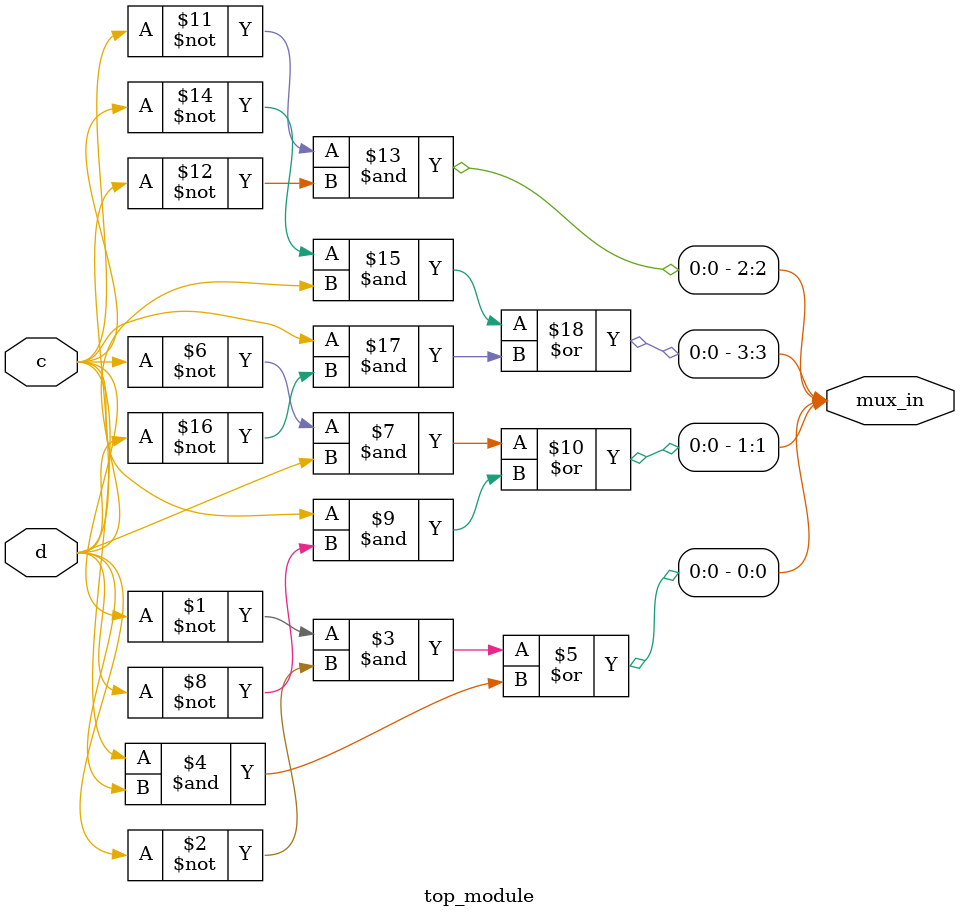
<source format=sv>
module top_module (
	input c,
	input d,
	output wire [3:0] mux_in
);

	// Implementing the Karnaugh Map using multiplexers
	// Creating a 2-to-1 multiplexer for each output bit of mux_in

	// First output bit mux_in[0]
	// Mux input selection based on c, d
	// c d = 00 -> mux_in[0] = 1'b1
	// c d = 01 -> mux_in[0] = 1'b0
	// c d = 11 -> mux_in[0] = 1'b1
	// c d = 10 -> mux_in[0] = 1'b1
	assign mux_in[0] = (~c & ~d) | (c & d);

	// Second output bit mux_in[1]
	// Mux input selection based on c, d
	// c d = 00 -> mux_in[1] = 1'b0
	// c d = 01 -> mux_in[1] = 1'b1
	// c d = 11 -> mux_in[1] = 1'b0
	// c d = 10 -> mux_in[1] = 1'b0
	assign mux_in[1] = (~c & d) | (c & ~d);

	// Third output bit mux_in[2]
	// Mux input selection based on c, d
	// c d = 00 -> mux_in[2] = 1'b0
	// c d = 01 -> mux_in[2] = 1'b1
	// c d = 11 -> mux_in[2] = 1'b0
	// c d = 10 -> mux_in[2] = 1'b0
	assign mux_in[2] = (~c & ~d);

	// Fourth output bit mux_in[3]
	// Mux input selection based on c, d
	// c d = 00 -> mux_in[3] = 1'b1
	// c d = 01 -> mux_in[3] = 1'b0
	// c d = 11 -> mux_in[3] = 1'b1
	// c d = 10 -> mux_in[3] = 1'b1
	assign mux_in[3] = (~c & d) | (c & ~d);
endmodule

</source>
